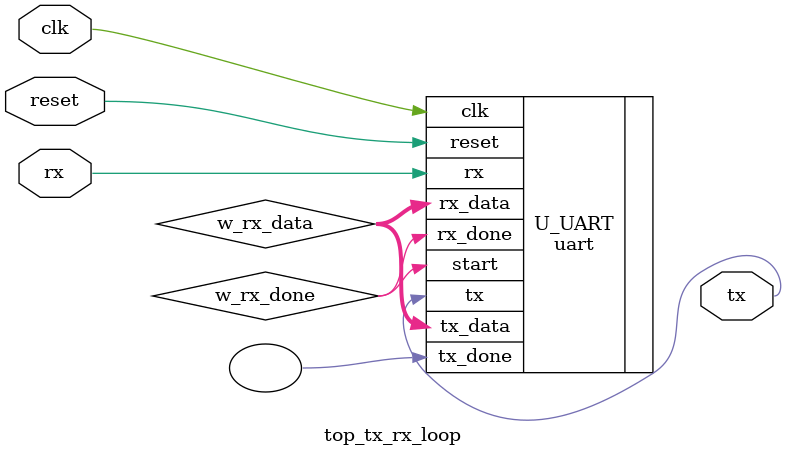
<source format=v>
`timescale 1ns / 1ps


module top_tx_rx_loop(
    input        clk,
    input        reset,
    //Transmitter
    output       tx,
       //receiver
    input        rx

);
wire [7:0] w_rx_data;
wire w_rx_done;

 uart U_UART(
    .clk(clk),
    .reset(reset),
    //Transmitter
    .tx(tx),
    .start(w_rx_done),
    .tx_data(w_rx_data),
    .tx_done(),
    
    //receiver
    .rx(rx),
    .rx_data(w_rx_data),
    .rx_done(w_rx_done)
);
endmodule

</source>
